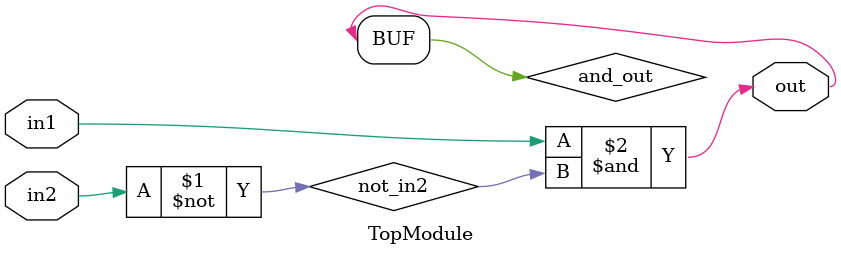
<source format=sv>
module TopModule (
    input logic in1,
    input logic in2,
    output logic out
);
    logic not_in2;
    logic and_out;

    assign not_in2 = ~in2;       // Bubble version of in2
    assign and_out = in1 & not_in2; // AND gate
    assign out = and_out;        // Connect output to out

endmodule
</source>
